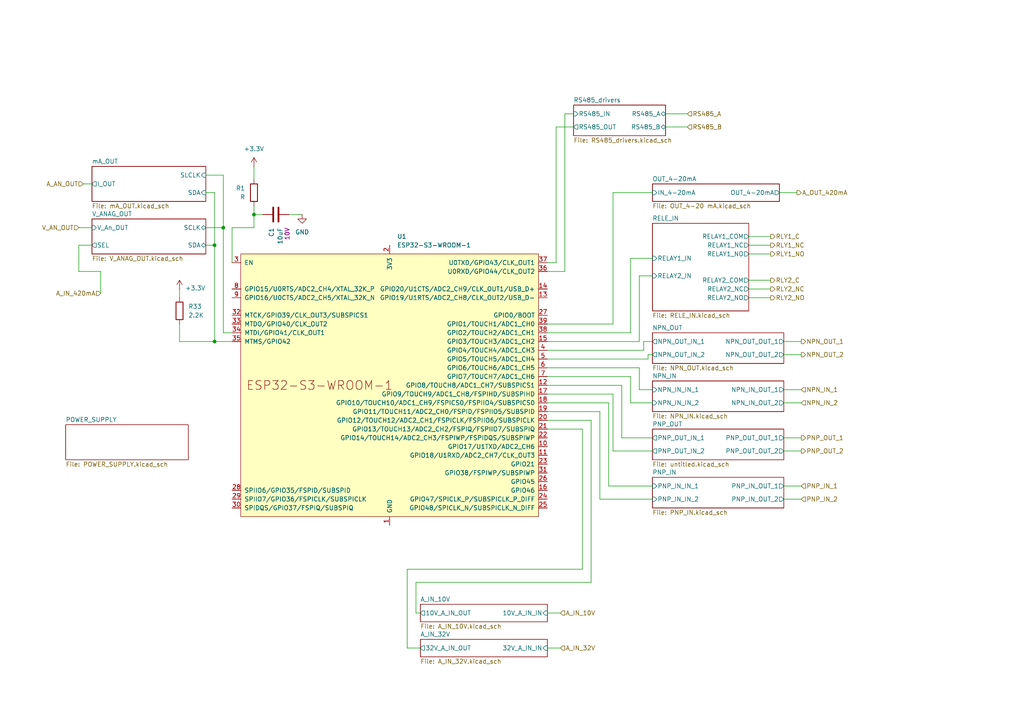
<source format=kicad_sch>
(kicad_sch (version 20250114) (generator "eeschema") (generator_version "9.0")
  (paper "A4")
  (lib_symbols
    (symbol "Device:C" (pin_numbers (hide yes)) (pin_names (offset 0.254))
      (property "Reference" "C" (at 0.635 2.54 0))
      (property "Value" "C" (at 0.635 -2.54 0))
      (symbol "C_0_1"
        (polyline (pts (xy -2.032 0.762) (xy 2.032 0.762)) (stroke (width 0.508)))
        (polyline (pts (xy -2.032 -0.762) (xy 2.032 -0.762)) (stroke (width 0.508)))
      )
      (symbol "C_1_1"
        (pin passive line (at 0 3.81 270) (length 2.794) (name "~") (number "1"))
        (pin passive line (at 0 -3.81 90) (length 2.794) (name "~") (number "2"))
      )
    )
    (symbol "Device:R" (pin_numbers (hide yes)) (pin_names (offset 0))
      (property "Reference" "R" (at 2.032 0 90))
      (property "Value" "R" (at 0 0 90))
      (symbol "R_0_1"
        (rectangle (start -1.016 -2.54) (end 1.016 2.54) (stroke (width 0.254)))
      )
      (symbol "R_1_1"
        (pin passive line (at 0 3.81 270) (length 1.27) (name "~") (number "1"))
        (pin passive line (at 0 -3.81 90) (length 1.27) (name "~") (number "2"))
      )
    )
    (symbol "PCM_Espressif:ESP32-S3-WROOM-1" (pin_names (offset 1.016))
      (property "Reference" "U" (at -43.18 43.18 0))
      (property "Value" "ESP32-S3-WROOM-1" (at -43.18 40.64 0))
      (symbol "ESP32-S3-WROOM-1_0_0"
        (text "ESP32-S3-WROOM-1" (at -20.32 0 0) (effects (font (size 2.54 2.54))))
        (pin input line (at -45.72 35.56 0) (length 2.54) (name "EN") (number "3"))
        (pin bidirectional line (at -45.72 27.94 0) (length 2.54) (name "GPIO15/U0RTS/ADC2_CH4/XTAL_32K_P") (number "8"))
        (pin bidirectional line (at -45.72 25.4 0) (length 2.54) (name "GPIO16/U0CTS/ADC2_CH5/XTAL_32K_N") (number "9"))
        (pin bidirectional line (at -45.72 20.32 0) (length 2.54) (name "MTCK/GPIO39/CLK_OUT3/SUBSPICS1") (number "32"))
        (pin bidirectional line (at -45.72 17.78 0) (length 2.54) (name "MTDO/GPIO40/CLK_OUT2") (number "33"))
        (pin bidirectional line (at -45.72 15.24 0) (length 2.54) (name "MTDI/GPIO41/CLK_OUT1") (number "34"))
        (pin bidirectional line (at -45.72 12.7 0) (length 2.54) (name "MTMS/GPIO42") (number "35"))
        (pin bidirectional line (at -45.72 -30.48 0) (length 2.54) (name "SPIIO6/GPIO35/FSPID/SUBSPID") (number "28"))
        (pin bidirectional line (at -45.72 -33.02 0) (length 2.54) (name "SPIIO7/GPIO36/FSPICLK/SUBSPICLK") (number "29"))
        (pin bidirectional line (at -45.72 -35.56 0) (length 2.54) (name "SPIDQS/GPIO37/FSPIQ/SUBSPIQ") (number "30"))
        (pin power_in line (at 0 40.64 270) (length 2.54) (name "3V3") (number "2"))
        (pin power_in line (at 0 -40.64 90) (length 2.54) (name "GND") (number "1"))
        (pin passive line (at 0 -40.64 90) (length 2.54) (hide yes) (name "GND") (number "40"))
        (pin passive line (at 0 -40.64 90) (length 2.54) (hide yes) (name "GND") (number "41"))
        (pin bidirectional line (at 45.72 35.56 180) (length 2.54) (name "U0TXD/GPIO43/CLK_OUT1") (number "37"))
        (pin bidirectional line (at 45.72 33.02 180) (length 2.54) (name "U0RXD/GPIO44/CLK_OUT2") (number "36"))
        (pin bidirectional line (at 45.72 27.94 180) (length 2.54) (name "GPIO20/U1CTS/ADC2_CH9/CLK_OUT1/USB_D+") (number "14"))
        (pin bidirectional line (at 45.72 25.4 180) (length 2.54) (name "GPIO19/U1RTS/ADC2_CH8/CLK_OUT2/USB_D-") (number "13"))
        (pin bidirectional line (at 45.72 20.32 180) (length 2.54) (name "GPIO0/BOOT") (number "27"))
        (pin bidirectional line (at 45.72 17.78 180) (length 2.54) (name "GPIO1/TOUCH1/ADC1_CH0") (number "39"))
        (pin bidirectional line (at 45.72 15.24 180) (length 2.54) (name "GPIO2/TOUCH2/ADC1_CH1") (number "38"))
        (pin bidirectional line (at 45.72 12.7 180) (length 2.54) (name "GPIO3/TOUCH3/ADC1_CH2") (number "15"))
        (pin bidirectional line (at 45.72 10.16 180) (length 2.54) (name "GPIO4/TOUCH4/ADC1_CH3") (number "4"))
        (pin bidirectional line (at 45.72 7.62 180) (length 2.54) (name "GPIO5/TOUCH5/ADC1_CH4") (number "5"))
        (pin bidirectional line (at 45.72 5.08 180) (length 2.54) (name "GPIO6/TOUCH6/ADC1_CH5") (number "6"))
        (pin bidirectional line (at 45.72 2.54 180) (length 2.54) (name "GPIO7/TOUCH7/ADC1_CH6") (number "7"))
        (pin bidirectional line (at 45.72 0 180) (length 2.54) (name "GPIO8/TOUCH8/ADC1_CH7/SUBSPICS1") (number "12"))
        (pin bidirectional line (at 45.72 -2.54 180) (length 2.54) (name "GPIO9/TOUCH9/ADC1_CH8/FSPIHD/SUBSPIHD") (number "17"))
        (pin bidirectional line (at 45.72 -5.08 180) (length 2.54) (name "GPIO10/TOUCH10/ADC1_CH9/FSPICS0/FSPIIO4/SUBSPICS0") (number "18"))
        (pin bidirectional line (at 45.72 -7.62 180) (length 2.54) (name "GPIO11/TOUCH11/ADC2_CH0/FSPID/FSPIIO5/SUBSPID") (number "19"))
        (pin bidirectional line (at 45.72 -10.16 180) (length 2.54) (name "GPIO12/TOUCH12/ADC2_CH1/FSPICLK/FSPIIO6/SUBSPICLK") (number "20"))
        (pin bidirectional line (at 45.72 -12.7 180) (length 2.54) (name "GPIO13/TOUCH13/ADC2_CH2/FSPIQ/FSPIIO7/SUBSPIQ") (number "21"))
        (pin bidirectional line (at 45.72 -15.24 180) (length 2.54) (name "GPIO14/TOUCH14/ADC2_CH3/FSPIWP/FSPIDQS/SUBSPIWP") (number "22"))
        (pin bidirectional line (at 45.72 -17.78 180) (length 2.54) (name "GPIO17/U1TXD/ADC2_CH6") (number "10"))
        (pin bidirectional line (at 45.72 -20.32 180) (length 2.54) (name "GPIO18/U1RXD/ADC2_CH7/CLK_OUT3") (number "11"))
        (pin bidirectional line (at 45.72 -22.86 180) (length 2.54) (name "GPIO21") (number "23"))
        (pin bidirectional line (at 45.72 -25.4 180) (length 2.54) (name "GPIO38/FSPIWP/SUBSPIWP") (number "31"))
        (pin bidirectional line (at 45.72 -27.94 180) (length 2.54) (name "GPIO45") (number "26"))
        (pin bidirectional line (at 45.72 -30.48 180) (length 2.54) (name "GPIO46") (number "16"))
        (pin bidirectional line (at 45.72 -33.02 180) (length 2.54) (name "GPIO47/SPICLK_P/SUBSPICLK_P_DIFF") (number "24"))
        (pin bidirectional line (at 45.72 -35.56 180) (length 2.54) (name "GPIO48/SPICLK_N/SUBSPICLK_N_DIFF") (number "25"))
      )
      (symbol "ESP32-S3-WROOM-1_0_1"
        (rectangle (start -43.18 38.1) (end 43.18 -38.1) (fill (type background)))
      )
    )
    (symbol "power:+3.3V" (power) (pin_numbers (hide yes)) (pin_names (offset 0) (hide yes))
      (property "Value" "+3.3V" (at 0 3.556 0))
      (symbol "+3.3V_0_1"
        (polyline (pts (xy -0.762 1.27) (xy 0 2.54)))
        (polyline (pts (xy 0 2.54) (xy 0.762 1.27)))
        (polyline (pts (xy 0 0) (xy 0 2.54)))
      )
      (symbol "+3.3V_1_1"
        (pin power_in line (at 0 0 90) (length 0) (name "~") (number "1"))
      )
    )
    (symbol "power:GND" (power) (pin_numbers (hide yes)) (pin_names (offset 0) (hide yes))
      (property "Value" "GND" (at 0 -3.81 0))
      (symbol "GND_0_1"
        (polyline (pts (xy 0 0) (xy 0 -1.27) (xy 1.27 -1.27) (xy 0 -2.54) (xy -1.27 -1.27) (xy 0 -1.27)))
      )
      (symbol "GND_1_1"
        (pin power_in line (at 0 0 270) (length 0) (name "~") (number "1"))
      )
    )
  )
  (junction (at 62.23 99.06))
  (junction (at 73.66 62.23))
  (junction (at 64.77 66.04))
  (junction (at 62.23 71.12))
  (wire (pts (xy 52.07 93.98) (xy 52.07 99.06)))
  (wire (pts (xy 22.86 71.12) (xy 26.67 71.12)))
  (wire (pts (xy 186.69 101.6) (xy 186.69 99.06)))
  (wire (pts (xy 176.53 140.97) (xy 176.53 116.84)))
  (wire (pts (xy 163.83 33.02) (xy 166.37 33.02)))
  (wire (pts (xy 64.77 96.52) (xy 64.77 66.04)))
  (wire (pts (xy 182.88 74.93) (xy 182.88 96.52)))
  (wire (pts (xy 182.88 109.22) (xy 158.75 109.22)))
  (wire (pts (xy 73.66 59.69) (xy 73.66 62.23)))
  (wire (pts (xy 182.88 96.52) (xy 158.75 96.52)))
  (wire (pts (xy 118.11 165.1) (xy 168.91 165.1)))
  (wire (pts (xy 227.33 144.78) (xy 232.41 144.78)))
  (wire (pts (xy 22.86 66.04) (xy 26.67 66.04)))
  (wire (pts (xy 180.34 127) (xy 180.34 111.76)))
  (wire (pts (xy 189.23 74.93) (xy 182.88 74.93)))
  (wire (pts (xy 120.65 168.91) (xy 171.45 168.91)))
  (wire (pts (xy 186.69 99.06) (xy 189.23 99.06)))
  (wire (pts (xy 189.23 127) (xy 180.34 127)))
  (wire (pts (xy 227.33 140.97) (xy 232.41 140.97)))
  (wire (pts (xy 76.2 62.23) (xy 73.66 62.23)))
  (wire (pts (xy 29.21 85.09) (xy 29.21 78.74)))
  (wire (pts (xy 83.82 62.23) (xy 87.63 62.23)))
  (wire (pts (xy 227.33 116.84) (xy 232.41 116.84)))
  (wire (pts (xy 189.23 144.78) (xy 173.99 144.78)))
  (wire (pts (xy 217.17 71.12) (xy 223.52 71.12)))
  (wire (pts (xy 62.23 99.06) (xy 67.31 99.06)))
  (wire (pts (xy 177.8 55.88) (xy 177.8 93.98)))
  (wire (pts (xy 120.65 177.8) (xy 120.65 168.91)))
  (wire (pts (xy 67.31 66.04) (xy 73.66 66.04)))
  (wire (pts (xy 226.06 55.88) (xy 231.14 55.88)))
  (wire (pts (xy 185.42 80.01) (xy 185.42 99.06)))
  (wire (pts (xy 64.77 50.8) (xy 64.77 66.04)))
  (wire (pts (xy 158.75 78.74) (xy 163.83 78.74)))
  (wire (pts (xy 163.83 78.74) (xy 163.83 33.02)))
  (wire (pts (xy 64.77 66.04) (xy 59.69 66.04)))
  (wire (pts (xy 158.75 177.8) (xy 162.56 177.8)))
  (wire (pts (xy 217.17 68.58) (xy 223.52 68.58)))
  (wire (pts (xy 168.91 165.1) (xy 168.91 124.46)))
  (wire (pts (xy 217.17 73.66) (xy 223.52 73.66)))
  (wire (pts (xy 29.21 78.74) (xy 22.86 78.74)))
  (wire (pts (xy 185.42 113.03) (xy 189.23 113.03)))
  (wire (pts (xy 227.33 113.03) (xy 232.41 113.03)))
  (wire (pts (xy 185.42 106.68) (xy 158.75 106.68)))
  (wire (pts (xy 180.34 111.76) (xy 158.75 111.76)))
  (wire (pts (xy 121.92 177.8) (xy 120.65 177.8)))
  (wire (pts (xy 177.8 130.81) (xy 177.8 114.3)))
  (wire (pts (xy 59.69 50.8) (xy 64.77 50.8)))
  (wire (pts (xy 217.17 86.36) (xy 223.52 86.36)))
  (wire (pts (xy 187.96 102.87) (xy 187.96 104.14)))
  (wire (pts (xy 166.37 36.83) (xy 161.29 36.83)))
  (wire (pts (xy 189.23 140.97) (xy 176.53 140.97)))
  (wire (pts (xy 193.04 33.02) (xy 199.39 33.02)))
  (wire (pts (xy 187.96 102.87) (xy 189.23 102.87)))
  (wire (pts (xy 227.33 130.81) (xy 232.41 130.81)))
  (wire (pts (xy 173.99 119.38) (xy 158.75 119.38)))
  (wire (pts (xy 185.42 106.68) (xy 185.42 113.03)))
  (wire (pts (xy 67.31 76.2) (xy 67.31 66.04)))
  (wire (pts (xy 187.96 104.14) (xy 158.75 104.14)))
  (wire (pts (xy 217.17 81.28) (xy 223.52 81.28)))
  (wire (pts (xy 62.23 71.12) (xy 59.69 71.12)))
  (wire (pts (xy 176.53 116.84) (xy 158.75 116.84)))
  (wire (pts (xy 22.86 78.74) (xy 22.86 71.12)))
  (wire (pts (xy 73.66 66.04) (xy 73.66 62.23)))
  (wire (pts (xy 189.23 80.01) (xy 185.42 80.01)))
  (wire (pts (xy 171.45 121.92) (xy 158.75 121.92)))
  (wire (pts (xy 177.8 114.3) (xy 158.75 114.3)))
  (wire (pts (xy 189.23 55.88) (xy 177.8 55.88)))
  (wire (pts (xy 227.33 99.06) (xy 232.41 99.06)))
  (wire (pts (xy 177.8 93.98) (xy 158.75 93.98)))
  (wire (pts (xy 52.07 83.82) (xy 52.07 86.36)))
  (wire (pts (xy 189.23 130.81) (xy 177.8 130.81)))
  (wire (pts (xy 217.17 83.82) (xy 223.52 83.82)))
  (wire (pts (xy 227.33 102.87) (xy 232.41 102.87)))
  (wire (pts (xy 121.92 187.96) (xy 118.11 187.96)))
  (wire (pts (xy 158.75 101.6) (xy 186.69 101.6)))
  (wire (pts (xy 67.31 96.52) (xy 64.77 96.52)))
  (wire (pts (xy 193.04 36.83) (xy 199.39 36.83)))
  (wire (pts (xy 171.45 168.91) (xy 171.45 121.92)))
  (wire (pts (xy 62.23 55.88) (xy 62.23 71.12)))
  (wire (pts (xy 182.88 116.84) (xy 182.88 109.22)))
  (wire (pts (xy 52.07 99.06) (xy 62.23 99.06)))
  (wire (pts (xy 24.13 53.34) (xy 26.67 53.34)))
  (wire (pts (xy 173.99 144.78) (xy 173.99 119.38)))
  (wire (pts (xy 73.66 48.26) (xy 73.66 52.07)))
  (wire (pts (xy 118.11 187.96) (xy 118.11 165.1)))
  (wire (pts (xy 185.42 99.06) (xy 158.75 99.06)))
  (wire (pts (xy 161.29 36.83) (xy 161.29 76.2)))
  (wire (pts (xy 182.88 116.84) (xy 189.23 116.84)))
  (wire (pts (xy 168.91 124.46) (xy 158.75 124.46)))
  (wire (pts (xy 161.29 76.2) (xy 158.75 76.2)))
  (wire (pts (xy 62.23 99.06) (xy 62.23 71.12)))
  (wire (pts (xy 59.69 55.88) (xy 62.23 55.88)))
  (wire (pts (xy 227.33 127) (xy 232.41 127)))
  (wire (pts (xy 158.75 187.96) (xy 162.56 187.96)))
  (hierarchical_label "A_IN_420mA" (shape input) (at 29.21 85.09 180))
  (hierarchical_label "RLY2_NO" (shape output) (at 223.52 86.36 0))
  (hierarchical_label "NPN_IN_1" (shape input) (at 232.41 113.03 0))
  (hierarchical_label "PNP_OUT_2" (shape output) (at 232.41 130.81 0))
  (hierarchical_label "RS485_A" (shape input) (at 199.39 33.02 0))
  (hierarchical_label "NPN_OUT_1" (shape output) (at 232.41 99.06 0))
  (hierarchical_label "A_IN_32V" (shape input) (at 162.56 187.96 0))
  (hierarchical_label "NPN_OUT_2" (shape output) (at 232.41 102.87 0))
  (hierarchical_label "A_OUT_420mA" (shape output) (at 231.14 55.88 0))
  (hierarchical_label "PNP_IN_1" (shape input) (at 232.41 140.97 0))
  (hierarchical_label "V_AN_OUT" (shape input) (at 22.86 66.04 180))
  (hierarchical_label "RLY2_NC" (shape output) (at 223.52 83.82 0))
  (hierarchical_label "RLY1_C" (shape output) (at 223.52 68.58 0))
  (hierarchical_label "A_AN_OUT" (shape input) (at 24.13 53.34 180))
  (hierarchical_label "RLY2_C" (shape output) (at 223.52 81.28 0))
  (hierarchical_label "A_IN_10V" (shape input) (at 162.56 177.8 0))
  (hierarchical_label "PNP_IN_2" (shape input) (at 232.41 144.78 0))
  (hierarchical_label "RS485_B" (shape input) (at 199.39 36.83 0))
  (hierarchical_label "PNP_OUT_1" (shape output) (at 232.41 127 0))
  (hierarchical_label "RLY1_NO" (shape output) (at 223.52 73.66 0))
  (hierarchical_label "NPN_IN_2" (shape input) (at 232.41 116.84 0))
  (hierarchical_label "RLY1_NC" (shape output) (at 223.52 71.12 0))
  (symbol (lib_id "Device:C") (at 80.01 62.23 90) (mirror x) (unit 1)
    (property "Reference" "C1" (at 78.7399 66.04 0) (effects (justify left)))
    (property "Value" "10uF" (at 81.2799 66.04 0) (effects (justify left)))
    (property "Footprint" "Capacitor_SMD:C_0201_0603Metric" (effects (hide yes)))
    (property "Description" "Unpolarized capacitor" (effects (hide yes)))
    (property "Vol" "10V" (at 83.312 67.818 0))
  )
  (symbol (lib_id "Device:R") (at 73.66 55.88 0) (mirror y) (unit 1)
    (property "Reference" "R1" (at 71.12 54.6099 0) (effects (justify left)))
    (property "Value" "R" (at 71.12 57.1499 0) (effects (justify left)))
    (property "Footprint" "Resistor_SMD:R_0201_0603Metric" (effects (hide yes)))
    (property "Description" "Resistor" (effects (hide yes)))
  )
  (symbol (lib_id "Device:R") (at 52.07 90.17 0) (unit 1)
    (property "Reference" "R33" (at 54.61 88.8999 0) (effects (justify left)))
    (property "Value" "2.2K" (at 54.61 91.4399 0) (effects (justify left)))
    (property "Description" "Resistor" (effects (hide yes)))
  )
  (symbol (lib_id "power:+3.3V") (at 73.66 48.26 0) (mirror y) (unit 1)
    (property "Reference" "#PWR010" (effects (hide yes)))
    (property "Value" "+3.3V" (at 73.66 43.18 0))
    (property "Description" "Power symbol creates a global label with name \"+3.3V\"" (effects (hide yes)))
  )
  (symbol (lib_id "power:GND") (at 87.63 62.23 0) (mirror y) (unit 1)
    (property "Reference" "#PWR012" (effects (hide yes)))
    (property "Value" "GND" (at 87.63 67.31 0))
    (property "Description" "Power symbol creates a global label with name \"GND\" , ground" (effects (hide yes)))
  )
  (symbol (lib_id "power:+3.3V") (at 52.07 83.82 0) (unit 1)
    (property "Reference" "#PWR029" (effects (hide yes)))
    (property "Value" "+3.3V" (at 56.642 83.566 0))
    (property "Description" "Power symbol creates a global label with name \"+3.3V\"" (effects (hide yes)))
  )
  (symbol (lib_id "PCM_Espressif:ESP32-S3-WROOM-1") (at 113.03 111.76 0) (unit 1)
    (property "Reference" "U1" (at 115.1733 68.58 0) (effects (justify left)))
    (property "Value" "ESP32-S3-WROOM-1" (at 115.1733 71.12 0) (effects (justify left)))
    (property "Footprint" "RF_Module:ESP32-S3-WROOM-1" (effects (hide yes)))
    (property "Datasheet" "https://www.espressif.com/sites/default/files/documentation/esp32-s3-wroom-1_wroom-1u_datasheet_en.pdf" (effects (hide yes)))
    (property "Description" "2.4 GHz WiFi (802.11 b/g/n) and Bluetooth ® 5 (LE) module Built around ESP32S3 series of SoCs, Xtensa ® dualcore 32bit LX7 microprocessor Flash up to 16 MB, PSRAM up to 8 MB 36 GPIOs, rich set of peripherals Onboard PCB antenna" (effects (hide yes)))
  )
  (sheet (at 166.37 30.48) (size 26.67 8.89) (stroke (width 0.1524))
    (property "Sheetname" "RS485_drivers" (at 166.37 29.7684 0) (effects (justify left bottom)))
    (property "Sheetfile" "RS485_drivers.kicad_sch" (at 166.37 39.9546 0) (effects (justify left top)))
    (pin "RS485_A" bidirectional (at 193.04 33.02 0))
    (pin "RS485_B" bidirectional (at 193.04 36.83 0))
    (pin "RS485_IN" input (at 166.37 33.02 180))
    (pin "RS485_OUT" output (at 166.37 36.83 180))
  )
  (sheet (at 26.67 48.26) (size 33.02 10.16) (stroke (width 0.1524))
    (property "Sheetname" "mA_OUT" (at 26.67 47.5484 0) (effects (justify left bottom)))
    (property "Sheetfile" "mA_OUT.kicad_sch" (at 26.67 59.0046 0) (effects (justify left top)))
    (pin "I_OUT" output (at 26.67 53.34 180))
    (pin "SDA" input (at 59.69 55.88 0))
    (pin "SLCLK" input (at 59.69 50.8 0))
  )
  (sheet (at 189.23 110.49) (size 38.1 8.89) (stroke (width 0.1524))
    (property "Sheetname" "NPN_IN" (at 189.23 109.7784 0) (effects (justify left bottom)))
    (property "Sheetfile" "NPN_IN.kicad_sch" (at 189.23 119.9646 0) (effects (justify left top)))
    (pin "NPN_IN_IN_1" input (at 189.23 113.03 180))
    (pin "NPN_IN_IN_2" input (at 189.23 116.84 180))
    (pin "NPN_IN_OUT_1" output (at 227.33 113.03 0))
    (pin "NPN_IN_OUT_2" output (at 227.33 116.84 0))
  )
  (sheet (at 189.23 53.34) (size 36.83 5.08) (stroke (width 0.1524))
    (property "Sheetname" "OUT_4-20mA" (at 189.23 52.6284 0) (effects (justify left bottom)))
    (property "Sheetfile" "OUT_4-20 mA.kicad_sch" (at 189.23 59.0046 0) (effects (justify left top)))
    (pin "IN_4-20mA" input (at 189.23 55.88 180))
    (pin "OUT_4-20mA" output (at 226.06 55.88 0))
  )
  (sheet (at 121.92 185.42) (size 36.83 5.08) (stroke (width 0.1524))
    (property "Sheetname" "A_IN_32V" (at 121.92 184.7084 0) (effects (justify left bottom)))
    (property "Sheetfile" "A_IN_32V.kicad_sch" (at 121.92 191.0846 0) (effects (justify left top)))
    (pin "32V_A_IN_IN" input (at 158.75 187.96 0))
    (pin "32V_A_IN_OUT" output (at 121.92 187.96 180))
  )
  (sheet (at 189.23 124.46) (size 38.1 8.89) (stroke (width 0.1524))
    (property "Sheetname" "PNP_OUT" (at 189.23 123.7484 0) (effects (justify left bottom)))
    (property "Sheetfile" "untitled.kicad_sch" (at 189.23 133.9346 0) (effects (justify left top)))
    (pin "PNP_OUT_IN_1" output (at 189.23 127 180))
    (pin "PNP_OUT_IN_2" output (at 189.23 130.81 180))
    (pin "PNP_OUT_OUT_1" output (at 227.33 127 0))
    (pin "PNP_OUT_OUT_2" output (at 227.33 130.81 0))
  )
  (sheet (at 189.23 138.43) (size 38.1 8.89) (stroke (width 0.1524))
    (property "Sheetname" "PNP_IN" (at 189.23 137.7184 0) (effects (justify left bottom)))
    (property "Sheetfile" "PNP_IN.kicad_sch" (at 189.23 147.9046 0) (effects (justify left top)))
    (pin "PNP_IN_IN_1" input (at 189.23 140.97 180))
    (pin "PNP_IN_IN_2" input (at 189.23 144.78 180))
    (pin "PNP_IN_OUT_1" output (at 227.33 140.97 0))
    (pin "PNP_IN_OUT_2" output (at 227.33 144.78 0))
  )
  (sheet (at 121.92 175.26) (size 36.83 5.08) (stroke (width 0.1524))
    (property "Sheetname" "A_IN_10V" (at 121.92 174.5484 0) (effects (justify left bottom)))
    (property "Sheetfile" "A_IN_10V.kicad_sch" (at 121.92 180.9246 0) (effects (justify left top)))
    (pin "10V_A_IN_IN" input (at 158.75 177.8 0))
    (pin "10V_A_IN_OUT" output (at 121.92 177.8 180))
  )
  (sheet (at 19.05 123.19) (size 35.56 10.16) (stroke (width 0.1524))
    (property "Sheetname" "POWER_SUPPLY" (at 19.05 122.4784 0) (effects (justify left bottom)))
    (property "Sheetfile" "POWER_SUPPLY.kicad_sch" (at 19.05 133.9346 0) (effects (justify left top)))
  )
  (sheet (at 26.67 63.5) (size 33.02 10.16) (stroke (width 0.1524))
    (property "Sheetname" "V_ANAG_OUT" (at 26.67 62.7884 0) (effects (justify left bottom)))
    (property "Sheetfile" "V_ANAG_OUT.kicad_sch" (at 26.67 74.2446 0) (effects (justify left top)))
    (pin "SCLK" bidirectional (at 59.69 66.04 0))
    (pin "SDA" bidirectional (at 59.69 71.12 0))
    (pin "SEL" output (at 26.67 71.12 180))
    (pin "V_An_OUT" input (at 26.67 66.04 180))
  )
  (sheet (at 189.23 96.52) (size 38.1 8.89) (stroke (width 0.1524))
    (property "Sheetname" "NPN_OUT" (at 189.23 95.8084 0) (effects (justify left bottom)))
    (property "Sheetfile" "NPN_OUT.kicad_sch" (at 189.23 105.9946 0) (effects (justify left top)))
    (pin "NPN_OUT_IN_1" output (at 189.23 99.06 180))
    (pin "NPN_OUT_IN_2" output (at 189.23 102.87 180))
    (pin "NPN_OUT_OUT_1" output (at 227.33 99.06 0))
    (pin "NPN_OUT_OUT_2" output (at 227.33 102.87 0))
  )
  (sheet (at 189.23 64.77) (size 27.94 25.4) (stroke (width 0.1524))
    (property "Sheetname" "RELE_IN" (at 189.23 64.0584 0) (effects (justify left bottom)))
    (property "Sheetfile" "RELE_IN.kicad_sch" (at 189.23 90.7546 0) (effects (justify left top)))
    (pin "RELAY1_COM" output (at 217.17 68.58 0))
    (pin "RELAY1_IN" input (at 189.23 74.93 180))
    (pin "RELAY1_NC" output (at 217.17 71.12 0))
    (pin "RELAY1_NO" output (at 217.17 73.66 0))
    (pin "RELAY2_COM" output (at 217.17 81.28 0))
    (pin "RELAY2_IN" input (at 189.23 80.01 180))
    (pin "RELAY2_NC" output (at 217.17 83.82 0))
    (pin "RELAY2_NO" output (at 217.17 86.36 0))
  )
)
</source>
